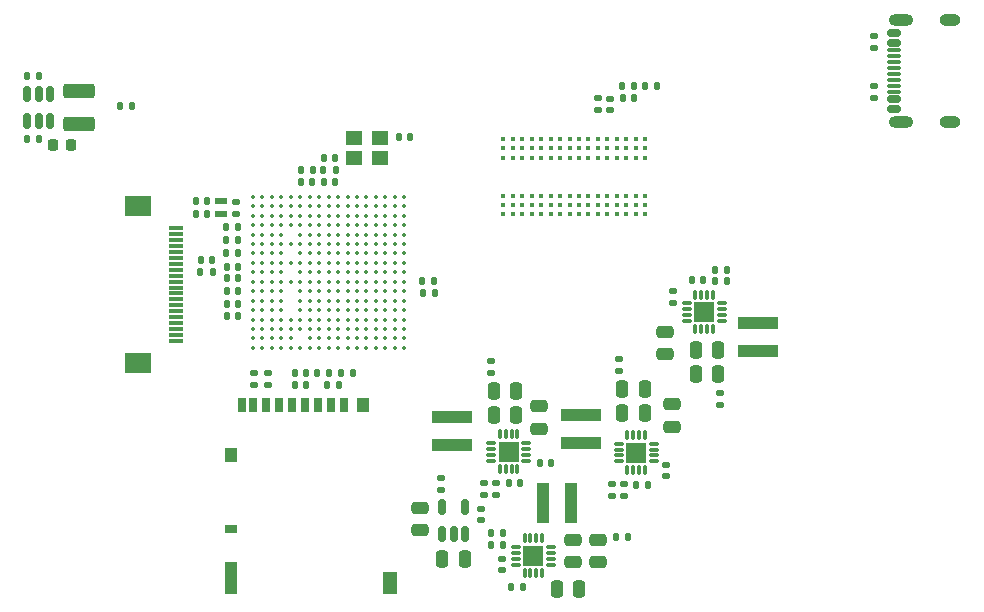
<source format=gbr>
%TF.GenerationSoftware,KiCad,Pcbnew,8.0.2-1*%
%TF.CreationDate,2024-06-14T18:00:13+02:00*%
%TF.ProjectId,hardware,68617264-7761-4726-952e-6b696361645f,rev?*%
%TF.SameCoordinates,Original*%
%TF.FileFunction,Paste,Top*%
%TF.FilePolarity,Positive*%
%FSLAX46Y46*%
G04 Gerber Fmt 4.6, Leading zero omitted, Abs format (unit mm)*
G04 Created by KiCad (PCBNEW 8.0.2-1) date 2024-06-14 18:00:13*
%MOMM*%
%LPD*%
G01*
G04 APERTURE LIST*
G04 Aperture macros list*
%AMRoundRect*
0 Rectangle with rounded corners*
0 $1 Rounding radius*
0 $2 $3 $4 $5 $6 $7 $8 $9 X,Y pos of 4 corners*
0 Add a 4 corners polygon primitive as box body*
4,1,4,$2,$3,$4,$5,$6,$7,$8,$9,$2,$3,0*
0 Add four circle primitives for the rounded corners*
1,1,$1+$1,$2,$3*
1,1,$1+$1,$4,$5*
1,1,$1+$1,$6,$7*
1,1,$1+$1,$8,$9*
0 Add four rect primitives between the rounded corners*
20,1,$1+$1,$2,$3,$4,$5,0*
20,1,$1+$1,$4,$5,$6,$7,0*
20,1,$1+$1,$6,$7,$8,$9,0*
20,1,$1+$1,$8,$9,$2,$3,0*%
G04 Aperture macros list end*
%ADD10RoundRect,0.140000X-0.140000X-0.170000X0.140000X-0.170000X0.140000X0.170000X-0.140000X0.170000X0*%
%ADD11C,0.340000*%
%ADD12RoundRect,0.135000X-0.135000X-0.185000X0.135000X-0.185000X0.135000X0.185000X-0.135000X0.185000X0*%
%ADD13RoundRect,0.250000X0.475000X-0.250000X0.475000X0.250000X-0.475000X0.250000X-0.475000X-0.250000X0*%
%ADD14RoundRect,0.250000X-0.250000X-0.475000X0.250000X-0.475000X0.250000X0.475000X-0.250000X0.475000X0*%
%ADD15RoundRect,0.140000X-0.170000X0.140000X-0.170000X-0.140000X0.170000X-0.140000X0.170000X0.140000X0*%
%ADD16RoundRect,0.140000X0.140000X0.170000X-0.140000X0.170000X-0.140000X-0.170000X0.140000X-0.170000X0*%
%ADD17RoundRect,0.250000X-0.475000X0.250000X-0.475000X-0.250000X0.475000X-0.250000X0.475000X0.250000X0*%
%ADD18R,3.400000X0.980000*%
%ADD19R,0.980000X3.400000*%
%ADD20RoundRect,0.135000X0.185000X-0.135000X0.185000X0.135000X-0.185000X0.135000X-0.185000X-0.135000X0*%
%ADD21RoundRect,0.135000X-0.185000X0.135000X-0.185000X-0.135000X0.185000X-0.135000X0.185000X0.135000X0*%
%ADD22RoundRect,0.135000X0.135000X0.185000X-0.135000X0.185000X-0.135000X-0.185000X0.135000X-0.185000X0*%
%ADD23O,0.850000X0.280000*%
%ADD24O,0.280000X0.850000*%
%ADD25R,1.700000X1.700000*%
%ADD26R,1.400000X1.200000*%
%ADD27R,1.000000X0.500000*%
%ADD28RoundRect,0.140000X0.170000X-0.140000X0.170000X0.140000X-0.170000X0.140000X-0.170000X-0.140000X0*%
%ADD29C,0.399500*%
%ADD30R,0.700000X1.200000*%
%ADD31R,1.000000X0.800000*%
%ADD32R,1.000000X1.200000*%
%ADD33R,1.000000X2.800000*%
%ADD34R,1.300000X1.900000*%
%ADD35RoundRect,0.250000X0.250000X0.475000X-0.250000X0.475000X-0.250000X-0.475000X0.250000X-0.475000X0*%
%ADD36RoundRect,0.150000X0.150000X-0.512500X0.150000X0.512500X-0.150000X0.512500X-0.150000X-0.512500X0*%
%ADD37RoundRect,0.250000X1.075000X-0.375000X1.075000X0.375000X-1.075000X0.375000X-1.075000X-0.375000X0*%
%ADD38RoundRect,0.150000X0.425000X-0.150000X0.425000X0.150000X-0.425000X0.150000X-0.425000X-0.150000X0*%
%ADD39RoundRect,0.075000X0.500000X-0.075000X0.500000X0.075000X-0.500000X0.075000X-0.500000X-0.075000X0*%
%ADD40O,2.100000X1.000000*%
%ADD41O,1.800000X1.000000*%
%ADD42R,1.300000X0.300000*%
%ADD43R,2.200000X1.800000*%
%ADD44RoundRect,0.225000X-0.225000X-0.250000X0.225000X-0.250000X0.225000X0.250000X-0.225000X0.250000X0*%
G04 APERTURE END LIST*
D10*
%TO.C,C34*%
X97120000Y-94900000D03*
X98080000Y-94900000D03*
%TD*%
D11*
%TO.C,U2*%
X121157200Y-115366000D03*
X120357200Y-115366000D03*
X119557200Y-115366000D03*
X118757200Y-115366000D03*
X117957200Y-115366000D03*
X117157200Y-115366000D03*
X116357200Y-115366000D03*
X115557200Y-115366000D03*
X114757200Y-115366000D03*
X113957200Y-115366000D03*
X113157200Y-115366000D03*
X112357200Y-115366000D03*
X111557200Y-115366000D03*
X110757200Y-115366000D03*
X109957200Y-115366000D03*
X109157200Y-115366000D03*
X108357200Y-115366000D03*
X121157200Y-114566000D03*
X120357200Y-114566000D03*
X119557200Y-114566000D03*
X118757200Y-114566000D03*
X117957200Y-114566000D03*
X117157200Y-114566000D03*
X116357200Y-114566000D03*
X115557200Y-114566000D03*
X114757200Y-114566000D03*
X113957200Y-114566000D03*
X113157200Y-114566000D03*
X111557200Y-114566000D03*
X110757200Y-114566000D03*
X109957200Y-114566000D03*
X109157200Y-114566000D03*
X108357200Y-114566000D03*
X121157200Y-113766000D03*
X120357200Y-113766000D03*
X119557200Y-113766000D03*
X118757200Y-113766000D03*
X117957200Y-113766000D03*
X117157200Y-113766000D03*
X116357200Y-113766000D03*
X115557200Y-113766000D03*
X114757200Y-113766000D03*
X113957200Y-113766000D03*
X113157200Y-113766000D03*
X112357200Y-113766000D03*
X111557200Y-113766000D03*
X110757200Y-113766000D03*
X109957200Y-113766000D03*
X109157200Y-113766000D03*
X108357200Y-113766000D03*
X121157200Y-112966000D03*
X120357200Y-112966000D03*
X119557200Y-112966000D03*
X118757200Y-112966000D03*
X117957200Y-112966000D03*
X117157200Y-112966000D03*
X116357200Y-112966000D03*
X115557200Y-112966000D03*
X114757200Y-112966000D03*
X113957200Y-112966000D03*
X113157200Y-112966000D03*
X112357200Y-112966000D03*
X111557200Y-112966000D03*
X110757200Y-112966000D03*
X109957200Y-112966000D03*
X109157200Y-112966000D03*
X108357200Y-112966000D03*
X121157200Y-112166000D03*
X120357200Y-112166000D03*
X119557200Y-112166000D03*
X118757200Y-112166000D03*
X117957200Y-112166000D03*
X117157200Y-112166000D03*
X116357200Y-112166000D03*
X115557200Y-112166000D03*
X114757200Y-112166000D03*
X113957200Y-112166000D03*
X113157200Y-112166000D03*
X112357200Y-112166000D03*
X110757200Y-112166000D03*
X109957200Y-112166000D03*
X109157200Y-112166000D03*
X108357200Y-112166000D03*
X121157200Y-111366000D03*
X120357200Y-111366000D03*
X119557200Y-111366000D03*
X118757200Y-111366000D03*
X117957200Y-111366000D03*
X117157200Y-111366000D03*
X116357200Y-111366000D03*
X115557200Y-111366000D03*
X114757200Y-111366000D03*
X113957200Y-111366000D03*
X113157200Y-111366000D03*
X112357200Y-111366000D03*
X110757200Y-111366000D03*
X109957200Y-111366000D03*
X109157200Y-111366000D03*
X108357200Y-111366000D03*
X121157200Y-110566000D03*
X120357200Y-110566000D03*
X119557200Y-110566000D03*
X118757200Y-110566000D03*
X117957200Y-110566000D03*
X117157200Y-110566000D03*
X116357200Y-110566000D03*
X115557200Y-110566000D03*
X114757200Y-110566000D03*
X113957200Y-110566000D03*
X113157200Y-110566000D03*
X112357200Y-110566000D03*
X110757200Y-110566000D03*
X109957200Y-110566000D03*
X109157200Y-110566000D03*
X108357200Y-110566000D03*
X121157200Y-109766000D03*
X120357200Y-109766000D03*
X119557200Y-109766000D03*
X118757200Y-109766000D03*
X117957200Y-109766000D03*
X117157200Y-109766000D03*
X116357200Y-109766000D03*
X115557200Y-109766000D03*
X114757200Y-109766000D03*
X113957200Y-109766000D03*
X113157200Y-109766000D03*
X112357200Y-109766000D03*
X111557200Y-109766000D03*
X110757200Y-109766000D03*
X109957200Y-109766000D03*
X109157200Y-109766000D03*
X108357200Y-109766000D03*
X121157200Y-108966000D03*
X120357200Y-108966000D03*
X119557200Y-108966000D03*
X118757200Y-108966000D03*
X117957200Y-108966000D03*
X117157200Y-108966000D03*
X116357200Y-108966000D03*
X115557200Y-108966000D03*
X114757200Y-108966000D03*
X113957200Y-108966000D03*
X113157200Y-108966000D03*
X112357200Y-108966000D03*
X110757200Y-108966000D03*
X109957200Y-108966000D03*
X109157200Y-108966000D03*
X108357200Y-108966000D03*
X121157200Y-108166000D03*
X120357200Y-108166000D03*
X119557200Y-108166000D03*
X118757200Y-108166000D03*
X117957200Y-108166000D03*
X117157200Y-108166000D03*
X116357200Y-108166000D03*
X115557200Y-108166000D03*
X114757200Y-108166000D03*
X113957200Y-108166000D03*
X113157200Y-108166000D03*
X112357200Y-108166000D03*
X111557200Y-108166000D03*
X110757200Y-108166000D03*
X109957200Y-108166000D03*
X109157200Y-108166000D03*
X108357200Y-108166000D03*
X121157200Y-107366000D03*
X120357200Y-107366000D03*
X119557200Y-107366000D03*
X118757200Y-107366000D03*
X117957200Y-107366000D03*
X117157200Y-107366000D03*
X116357200Y-107366000D03*
X115557200Y-107366000D03*
X114757200Y-107366000D03*
X113957200Y-107366000D03*
X113157200Y-107366000D03*
X112357200Y-107366000D03*
X110757200Y-107366000D03*
X109957200Y-107366000D03*
X109157200Y-107366000D03*
X108357200Y-107366000D03*
X121157200Y-106566000D03*
X120357200Y-106566000D03*
X119557200Y-106566000D03*
X118757200Y-106566000D03*
X117957200Y-106566000D03*
X117157200Y-106566000D03*
X116357200Y-106566000D03*
X115557200Y-106566000D03*
X114757200Y-106566000D03*
X113957200Y-106566000D03*
X113157200Y-106566000D03*
X112357200Y-106566000D03*
X111557200Y-106566000D03*
X110757200Y-106566000D03*
X109957200Y-106566000D03*
X109157200Y-106566000D03*
X108357200Y-106566000D03*
X121157200Y-105766000D03*
X120357200Y-105766000D03*
X119557200Y-105766000D03*
X118757200Y-105766000D03*
X117957200Y-105766000D03*
X117157200Y-105766000D03*
X116357200Y-105766000D03*
X115557200Y-105766000D03*
X114757200Y-105766000D03*
X113957200Y-105766000D03*
X113157200Y-105766000D03*
X112357200Y-105766000D03*
X110757200Y-105766000D03*
X109957200Y-105766000D03*
X109157200Y-105766000D03*
X108357200Y-105766000D03*
X121157200Y-104966000D03*
X120357200Y-104966000D03*
X119557200Y-104966000D03*
X118757200Y-104966000D03*
X117957200Y-104966000D03*
X117157200Y-104966000D03*
X116357200Y-104966000D03*
X115557200Y-104966000D03*
X114757200Y-104966000D03*
X113957200Y-104966000D03*
X113157200Y-104966000D03*
X112357200Y-104966000D03*
X111557200Y-104966000D03*
X110757200Y-104966000D03*
X109957200Y-104966000D03*
X109157200Y-104966000D03*
X108357200Y-104966000D03*
X121157200Y-104166000D03*
X120357200Y-104166000D03*
X119557200Y-104166000D03*
X118757200Y-104166000D03*
X117957200Y-104166000D03*
X117157200Y-104166000D03*
X116357200Y-104166000D03*
X115557200Y-104166000D03*
X114757200Y-104166000D03*
X113957200Y-104166000D03*
X113157200Y-104166000D03*
X112357200Y-104166000D03*
X111557200Y-104166000D03*
X110757200Y-104166000D03*
X109957200Y-104166000D03*
X109157200Y-104166000D03*
X108357200Y-104166000D03*
X121157200Y-103366000D03*
X120357200Y-103366000D03*
X119557200Y-103366000D03*
X118757200Y-103366000D03*
X117957200Y-103366000D03*
X117157200Y-103366000D03*
X116357200Y-103366000D03*
X115557200Y-103366000D03*
X114757200Y-103366000D03*
X113957200Y-103366000D03*
X113157200Y-103366000D03*
X112357200Y-103366000D03*
X111557200Y-103366000D03*
X110757200Y-103366000D03*
X109957200Y-103366000D03*
X109157200Y-103366000D03*
X108357200Y-103366000D03*
X121157200Y-102566000D03*
X120357200Y-102566000D03*
X119557200Y-102566000D03*
X118757200Y-102566000D03*
X117957200Y-102566000D03*
X117157200Y-102566000D03*
X116357200Y-102566000D03*
X115557200Y-102566000D03*
X114757200Y-102566000D03*
X113957200Y-102566000D03*
X113157200Y-102566000D03*
X112357200Y-102566000D03*
X111557200Y-102566000D03*
X110757200Y-102566000D03*
X109957200Y-102566000D03*
X109157200Y-102566000D03*
X108357200Y-102566000D03*
%TD*%
D12*
%TO.C,R1*%
X139634500Y-93179900D03*
X140654500Y-93179900D03*
%TD*%
%TO.C,R2*%
X141579100Y-93176000D03*
X142599100Y-93176000D03*
%TD*%
D10*
%TO.C,C4*%
X112410300Y-101295200D03*
X113370300Y-101295200D03*
%TD*%
%TO.C,C5*%
X114353400Y-101295200D03*
X115313400Y-101295200D03*
%TD*%
D12*
%TO.C,R4*%
X112383480Y-100277840D03*
X113403480Y-100277840D03*
%TD*%
%TO.C,R5*%
X114323400Y-100279200D03*
X115343400Y-100279200D03*
%TD*%
D13*
%TO.C,C11*%
X132575300Y-122222300D03*
X132575300Y-120322300D03*
%TD*%
D10*
%TO.C,C12*%
X129999800Y-126771400D03*
X130959800Y-126771400D03*
%TD*%
%TO.C,C13*%
X132616000Y-125145800D03*
X133576000Y-125145800D03*
%TD*%
D14*
%TO.C,C14*%
X128742400Y-121018300D03*
X130642400Y-121018300D03*
%TD*%
%TO.C,C15*%
X128742400Y-118986300D03*
X130642400Y-118986300D03*
%TD*%
D13*
%TO.C,C16*%
X143840200Y-122031800D03*
X143840200Y-120131800D03*
%TD*%
D14*
%TO.C,C17*%
X134091600Y-135763000D03*
X135991600Y-135763000D03*
%TD*%
D10*
%TO.C,C18*%
X140820200Y-126949200D03*
X141780200Y-126949200D03*
%TD*%
D15*
%TO.C,C19*%
X143319500Y-125250000D03*
X143319500Y-126210000D03*
%TD*%
%TO.C,C20*%
X129463800Y-133225600D03*
X129463800Y-134185600D03*
%TD*%
D16*
%TO.C,C21*%
X131191000Y-135585200D03*
X130231000Y-135585200D03*
%TD*%
D14*
%TO.C,C22*%
X139608520Y-118872000D03*
X141508520Y-118872000D03*
%TD*%
D17*
%TO.C,C23*%
X135483600Y-131612600D03*
X135483600Y-133512600D03*
%TD*%
D14*
%TO.C,C24*%
X139613600Y-120904000D03*
X141513600Y-120904000D03*
%TD*%
D17*
%TO.C,C25*%
X137541000Y-131612600D03*
X137541000Y-133512600D03*
%TD*%
D18*
%TO.C,L2*%
X125234700Y-123545600D03*
X125234700Y-121175600D03*
%TD*%
%TO.C,L3*%
X136118600Y-123435200D03*
X136118600Y-121065200D03*
%TD*%
D19*
%TO.C,L4*%
X132927000Y-128473200D03*
X135297000Y-128473200D03*
%TD*%
D20*
%TO.C,R11*%
X138734800Y-127891000D03*
X138734800Y-126871000D03*
%TD*%
D21*
%TO.C,R12*%
X139750800Y-126871000D03*
X139750800Y-127891000D03*
%TD*%
D12*
%TO.C,R13*%
X128496600Y-131038600D03*
X129516600Y-131038600D03*
%TD*%
D21*
%TO.C,R16*%
X128473200Y-116457000D03*
X128473200Y-117477000D03*
%TD*%
%TO.C,R17*%
X139344400Y-116330000D03*
X139344400Y-117350000D03*
%TD*%
D22*
%TO.C,R18*%
X140083000Y-131343400D03*
X139063000Y-131343400D03*
%TD*%
D23*
%TO.C,U4*%
X128521460Y-123417900D03*
X128521460Y-123917900D03*
X128521460Y-124417900D03*
X128521460Y-124917900D03*
D24*
X129247200Y-125643640D03*
X129747200Y-125643640D03*
X130247200Y-125643640D03*
X130747200Y-125643640D03*
D23*
X131472940Y-124917900D03*
X131472940Y-124417900D03*
X131472940Y-123917900D03*
X131472940Y-123417900D03*
D24*
X130747200Y-122692160D03*
X130247200Y-122692160D03*
X129747200Y-122692160D03*
X129247200Y-122692160D03*
D25*
X129997200Y-124167900D03*
%TD*%
D23*
%TO.C,U5*%
X139324080Y-123470160D03*
X139324080Y-123970160D03*
X139324080Y-124470160D03*
X139324080Y-124970160D03*
D24*
X140049820Y-125695900D03*
X140549820Y-125695900D03*
X141049820Y-125695900D03*
X141549820Y-125695900D03*
D23*
X142275560Y-124970160D03*
X142275560Y-124470160D03*
X142275560Y-123970160D03*
X142275560Y-123470160D03*
D24*
X141549820Y-122744420D03*
X141049820Y-122744420D03*
X140549820Y-122744420D03*
X140049820Y-122744420D03*
D25*
X140799820Y-124220160D03*
%TD*%
D24*
%TO.C,U6*%
X132850320Y-131483100D03*
X132350320Y-131483100D03*
X131850320Y-131483100D03*
X131350320Y-131483100D03*
D23*
X130624580Y-132208840D03*
X130624580Y-132708840D03*
X130624580Y-133208840D03*
X130624580Y-133708840D03*
D24*
X131350320Y-134434580D03*
X131850320Y-134434580D03*
X132350320Y-134434580D03*
X132850320Y-134434580D03*
D23*
X133576060Y-133708840D03*
X133576060Y-133208840D03*
X133576060Y-132708840D03*
X133576060Y-132208840D03*
D25*
X132100320Y-132958840D03*
%TD*%
D14*
%TO.C,C26*%
X124373600Y-133200000D03*
X126273600Y-133200000D03*
%TD*%
D15*
%TO.C,C27*%
X127685800Y-128983800D03*
X127685800Y-129943800D03*
%TD*%
D17*
%TO.C,C28*%
X122453400Y-128920200D03*
X122453400Y-130820200D03*
%TD*%
D21*
%TO.C,R19*%
X124300000Y-126390000D03*
X124300000Y-127410000D03*
%TD*%
D16*
%TO.C,C29*%
X107109200Y-111633000D03*
X106149200Y-111633000D03*
%TD*%
%TO.C,C30*%
X107109200Y-112623600D03*
X106149200Y-112623600D03*
%TD*%
%TO.C,C33*%
X107058400Y-107300000D03*
X106098400Y-107300000D03*
%TD*%
D26*
%TO.C,Y1*%
X116933800Y-99249600D03*
X119133800Y-99249600D03*
X119133800Y-97549600D03*
X116933800Y-97549600D03*
%TD*%
D10*
%TO.C,C95*%
X103497440Y-104063800D03*
X104457440Y-104063800D03*
%TD*%
%TO.C,C96*%
X103497440Y-102961440D03*
X104457440Y-102961440D03*
%TD*%
%TO.C,C97*%
X120685680Y-97530920D03*
X121645680Y-97530920D03*
%TD*%
D16*
%TO.C,C98*%
X115318480Y-99247960D03*
X114358480Y-99247960D03*
%TD*%
D10*
%TO.C,C100*%
X106098400Y-106217720D03*
X107058400Y-106217720D03*
%TD*%
D16*
%TO.C,C101*%
X107109200Y-110540800D03*
X106149200Y-110540800D03*
%TD*%
%TO.C,C103*%
X107083800Y-109474000D03*
X106123800Y-109474000D03*
%TD*%
%TO.C,C104*%
X107083800Y-108483400D03*
X106123800Y-108483400D03*
%TD*%
D20*
%TO.C,R29*%
X106928920Y-104015000D03*
X106928920Y-102995000D03*
%TD*%
D27*
%TO.C,Y2*%
X105640840Y-104060160D03*
X105640840Y-102960160D03*
%TD*%
D12*
%TO.C,R27*%
X122781600Y-110744000D03*
X123801600Y-110744000D03*
%TD*%
%TO.C,R28*%
X122629200Y-109728000D03*
X123649200Y-109728000D03*
%TD*%
D28*
%TO.C,C3*%
X138569700Y-95222000D03*
X138569700Y-94262000D03*
%TD*%
D21*
%TO.C,R3*%
X137566400Y-94232000D03*
X137566400Y-95252000D03*
%TD*%
D29*
%TO.C,U1*%
X129553200Y-104063200D03*
X129553200Y-103263200D03*
X129553200Y-102463200D03*
X129553200Y-99263200D03*
X129553200Y-98463200D03*
X129553200Y-97663200D03*
X130353200Y-104063200D03*
X130353200Y-103263200D03*
X130353200Y-102463200D03*
X130353200Y-99263200D03*
X130353200Y-98463200D03*
X130353200Y-97663200D03*
X131153200Y-104063200D03*
X131153200Y-103263200D03*
X131153200Y-102463200D03*
X131153200Y-99263200D03*
X131153200Y-98463200D03*
X131153200Y-97663200D03*
X131953200Y-104063200D03*
X131953200Y-103263200D03*
X131953200Y-102463200D03*
X131953200Y-99263200D03*
X131953200Y-98463200D03*
X131953200Y-97663200D03*
X132753200Y-104063200D03*
X132753200Y-103263200D03*
X132753200Y-102463200D03*
X132753200Y-99263200D03*
X132753200Y-98463200D03*
X132753200Y-97663200D03*
X133553200Y-104063200D03*
X133553200Y-103263200D03*
X133553200Y-102463200D03*
X133553200Y-99263200D03*
X133553200Y-98463200D03*
X133553200Y-97663200D03*
X134353200Y-104063200D03*
X134353200Y-103263200D03*
X134353200Y-102463200D03*
X134353200Y-99263200D03*
X134353200Y-98463200D03*
X134353200Y-97663200D03*
X135153200Y-104063200D03*
X135153200Y-103263200D03*
X135153200Y-102463200D03*
X135153200Y-99263200D03*
X135153200Y-98463200D03*
X135153200Y-97663200D03*
X135953200Y-104063200D03*
X135953200Y-103263200D03*
X135953200Y-102463200D03*
X135953200Y-99263200D03*
X135953200Y-98463200D03*
X135953200Y-97663200D03*
X136753200Y-104063200D03*
X136753200Y-103263200D03*
X136753200Y-102463200D03*
X136753200Y-99263200D03*
X136753200Y-98463200D03*
X136753200Y-97663200D03*
X137553200Y-104063200D03*
X137553200Y-103263200D03*
X137553200Y-102463200D03*
X137553200Y-99263200D03*
X137553200Y-98463200D03*
X137553200Y-97663200D03*
X138353200Y-104063200D03*
X138353200Y-103263200D03*
X138353200Y-102463200D03*
X138353200Y-99263200D03*
X138353200Y-98463200D03*
X138353200Y-97663200D03*
X139153200Y-104063200D03*
X139153200Y-103263200D03*
X139153200Y-102463200D03*
X139153200Y-99263200D03*
X139153200Y-98463200D03*
X139153200Y-97663200D03*
X139953200Y-104063200D03*
X139953200Y-103263200D03*
X139953200Y-102463200D03*
X139953200Y-99263200D03*
X139953200Y-98463200D03*
X139953200Y-97663200D03*
X140753200Y-104063200D03*
X140753200Y-103263200D03*
X140753200Y-102463200D03*
X140753200Y-99263200D03*
X140753200Y-98463200D03*
X140753200Y-97663200D03*
X141553200Y-104063200D03*
X141553200Y-103263200D03*
X141553200Y-102463200D03*
X141553200Y-99263200D03*
X141553200Y-98463200D03*
X141553200Y-97663200D03*
%TD*%
D20*
%TO.C,R9*%
X127914400Y-127789400D03*
X127914400Y-126769400D03*
%TD*%
D21*
%TO.C,R10*%
X128930400Y-126769400D03*
X128930400Y-127789400D03*
%TD*%
D22*
%TO.C,R31*%
X107101100Y-105143300D03*
X106081100Y-105143300D03*
%TD*%
D16*
%TO.C,C102*%
X104922260Y-107927140D03*
X103962260Y-107927140D03*
%TD*%
D12*
%TO.C,R32*%
X103909400Y-108915200D03*
X104929400Y-108915200D03*
%TD*%
D16*
%TO.C,C93*%
X112860000Y-118500000D03*
X111900000Y-118500000D03*
%TD*%
%TO.C,C94*%
X112860000Y-117500000D03*
X111900000Y-117500000D03*
%TD*%
D30*
%TO.C,J1*%
X116084400Y-120164000D03*
X114984400Y-120164000D03*
X113884400Y-120164000D03*
X112784400Y-120164000D03*
X111684400Y-120164000D03*
X110584400Y-120164000D03*
X109484400Y-120164000D03*
X108384400Y-120164000D03*
X107434400Y-120164000D03*
D31*
X106484400Y-130664000D03*
D32*
X106484400Y-124464000D03*
D33*
X106484400Y-134814000D03*
D32*
X117634400Y-120164000D03*
D34*
X119984400Y-135264000D03*
%TD*%
D18*
%TO.C,L1*%
X151130000Y-113242000D03*
X151130000Y-115612000D03*
%TD*%
D35*
%TO.C,C9*%
X147762000Y-115544600D03*
X145862000Y-115544600D03*
%TD*%
D23*
%TO.C,U3*%
X148033740Y-113078960D03*
X148033740Y-112578960D03*
X148033740Y-112078960D03*
X148033740Y-111578960D03*
D24*
X147308000Y-110853220D03*
X146808000Y-110853220D03*
X146308000Y-110853220D03*
X145808000Y-110853220D03*
D23*
X145082260Y-111578960D03*
X145082260Y-112078960D03*
X145082260Y-112578960D03*
X145082260Y-113078960D03*
D24*
X145808000Y-113804700D03*
X146308000Y-113804700D03*
X146808000Y-113804700D03*
X147308000Y-113804700D03*
D25*
X146558000Y-112328960D03*
%TD*%
D22*
%TO.C,R7*%
X148465000Y-108737400D03*
X147445000Y-108737400D03*
%TD*%
D12*
%TO.C,R8*%
X147445000Y-109728000D03*
X148465000Y-109728000D03*
%TD*%
D20*
%TO.C,R15*%
X147878800Y-120169400D03*
X147878800Y-119149400D03*
%TD*%
D35*
%TO.C,C10*%
X147762000Y-117602000D03*
X145862000Y-117602000D03*
%TD*%
D17*
%TO.C,C6*%
X143230600Y-113985000D03*
X143230600Y-115885000D03*
%TD*%
D16*
%TO.C,C7*%
X146453800Y-109626400D03*
X145493800Y-109626400D03*
%TD*%
D28*
%TO.C,C8*%
X143891000Y-111528800D03*
X143891000Y-110568800D03*
%TD*%
D10*
%TO.C,C1*%
X139664500Y-94183200D03*
X140624500Y-94183200D03*
%TD*%
D36*
%TO.C,U7*%
X124383760Y-131149940D03*
X125333760Y-131149940D03*
X126283760Y-131149940D03*
X126283760Y-128874940D03*
X124383760Y-128874940D03*
%TD*%
D22*
%TO.C,R14*%
X129516600Y-132054600D03*
X128496600Y-132054600D03*
%TD*%
D20*
%TO.C,R41*%
X108400000Y-118510000D03*
X108400000Y-117490000D03*
%TD*%
D22*
%TO.C,R25*%
X115610000Y-118500000D03*
X114590000Y-118500000D03*
%TD*%
D37*
%TO.C,L6*%
X93600000Y-96375000D03*
X93600000Y-93575000D03*
%TD*%
D20*
%TO.C,R42*%
X109600000Y-118510000D03*
X109600000Y-117490000D03*
%TD*%
D22*
%TO.C,R24*%
X116810000Y-117500000D03*
X115790000Y-117500000D03*
%TD*%
D38*
%TO.C,J5*%
X162645000Y-95120000D03*
X162645000Y-94320000D03*
D39*
X162645000Y-93170000D03*
X162645000Y-92170000D03*
X162645000Y-91670000D03*
X162645000Y-90670000D03*
D38*
X162645000Y-89520000D03*
X162645000Y-88720000D03*
X162645000Y-88720000D03*
X162645000Y-89520000D03*
D39*
X162645000Y-90170000D03*
X162645000Y-91170000D03*
X162645000Y-92670000D03*
X162645000Y-93670000D03*
D38*
X162645000Y-94320000D03*
X162645000Y-95120000D03*
D40*
X163220000Y-96240000D03*
D41*
X167400000Y-96240000D03*
D40*
X163220000Y-87600000D03*
D41*
X167400000Y-87600000D03*
%TD*%
D42*
%TO.C,J8*%
X101850000Y-105250000D03*
X101850000Y-105750000D03*
X101850000Y-106250000D03*
X101850000Y-106750000D03*
X101850000Y-107250000D03*
X101850000Y-107750000D03*
X101850000Y-108250000D03*
X101850000Y-108750000D03*
X101850000Y-109250000D03*
X101850000Y-109750000D03*
X101850000Y-110250000D03*
X101850000Y-110750000D03*
X101850000Y-111250000D03*
X101850000Y-111750000D03*
X101850000Y-112250000D03*
X101850000Y-112750000D03*
X101850000Y-113250000D03*
X101850000Y-113750000D03*
X101850000Y-114250000D03*
X101850000Y-114750000D03*
D43*
X98600000Y-103350000D03*
X98600000Y-116650000D03*
%TD*%
D20*
%TO.C,R43*%
X160900000Y-94210000D03*
X160900000Y-93190000D03*
%TD*%
D12*
%TO.C,R20*%
X89190000Y-92375000D03*
X90210000Y-92375000D03*
%TD*%
D22*
%TO.C,R21*%
X90210000Y-97700000D03*
X89190000Y-97700000D03*
%TD*%
D21*
%TO.C,R44*%
X160900000Y-88990000D03*
X160900000Y-90010000D03*
%TD*%
D22*
%TO.C,R22*%
X114810000Y-117500000D03*
X113790000Y-117500000D03*
%TD*%
D44*
%TO.C,C35*%
X91425000Y-98175000D03*
X92975000Y-98175000D03*
%TD*%
D36*
%TO.C,U9*%
X89250000Y-96112500D03*
X90200000Y-96112500D03*
X91150000Y-96112500D03*
X91150000Y-93837500D03*
X90200000Y-93837500D03*
X89250000Y-93837500D03*
%TD*%
M02*

</source>
